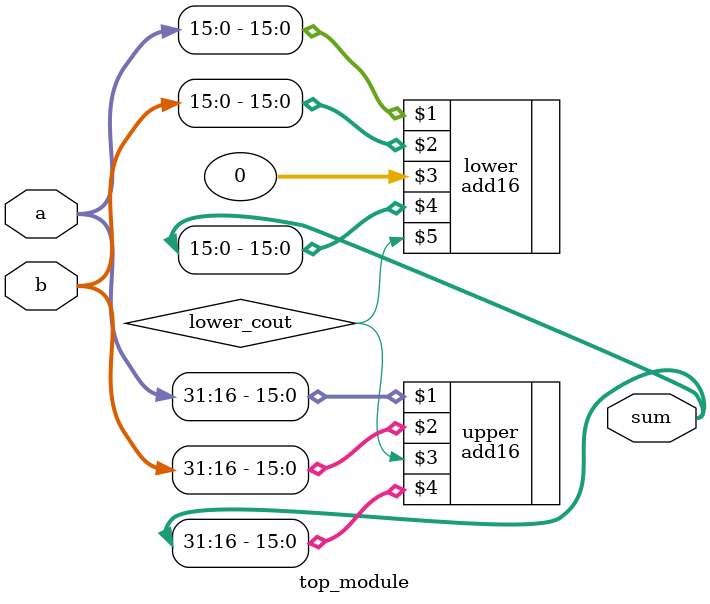
<source format=v>
module top_module(
	input [31:0] a,
	input [31:0] b,
	output [31:0] sum
);
	wire lower_cout;
	add16 lower(a[15:0],b[15:0],0,sum[15:0],lower_cout);
	add16 upper(a[31:16],b[31:16],lower_cout,sum[31:16]);

endmodule 

</source>
